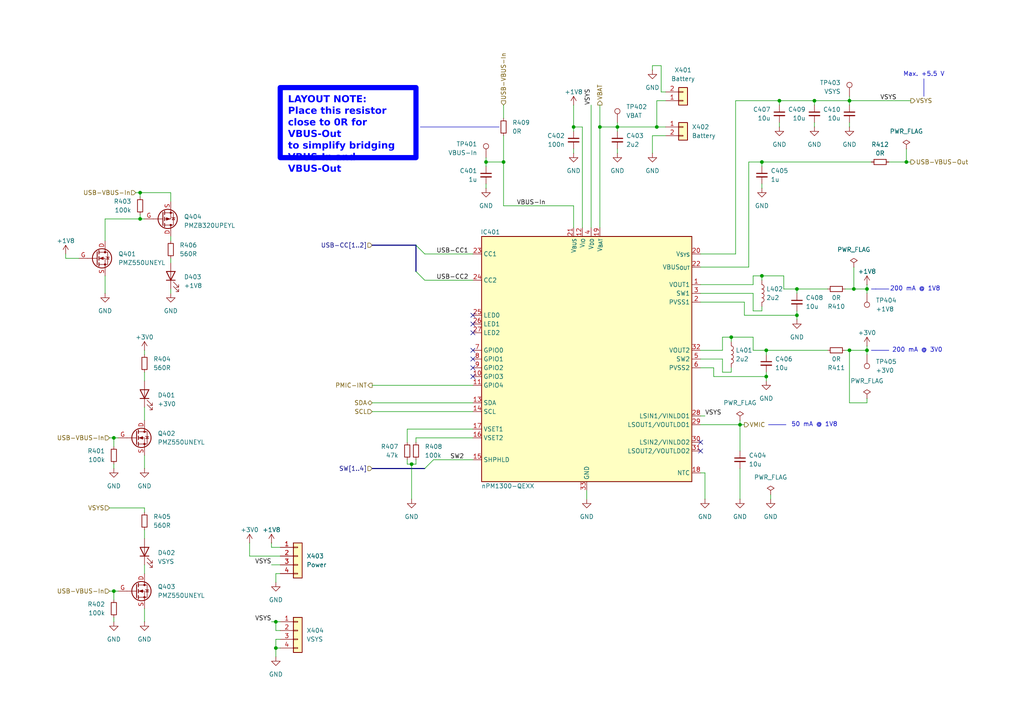
<source format=kicad_sch>
(kicad_sch (version 20250114) (generator "eeschema") (generator_version "9.0")
  (paper "A4")
  (title_block (title "Power-Management") (date "2025-07-13") (rev "${REVISION}") (company "${COMPANY}"))
  (lib_symbols
    (symbol "Connector:TestPoint" (pin_numbers (hide yes)) (pin_names (offset 0.762) (hide yes))
      (property "Reference" "TP" (at 0 6.858 0))
      (property "Value" "TestPoint" (at 0 5.08 0))
      (symbol "TestPoint_1_1"
        (pin passive line (at 0 0 90) (length 2.54) (name "1") (number "1"))
      )
    )
    (symbol "Connector_Generic:Conn_01x02" (pin_names (offset 1.016) (hide yes))
      (property "Reference" "J" (at 0 2.54 0))
      (property "Value" "Conn_01x02" (at 0 -5.08 0))
      (symbol "Conn_01x02_1_1"
        (pin passive line (at -5.08 0 0) (length 3.81) (name "Pin_1") (number "1"))
        (pin passive line (at -5.08 -2.54 0) (length 3.81) (name "Pin_2") (number "2"))
      )
    )
    (symbol "Connector_Generic:Conn_01x04" (pin_names (offset 1.016) (hide yes))
      (property "Reference" "J" (at 0 5.08 0))
      (property "Value" "Conn_01x04" (at 0 -7.62 0))
      (symbol "Conn_01x04_1_1"
        (pin passive line (at -5.08 2.54 0) (length 3.81) (name "Pin_1") (number "1"))
        (pin passive line (at -5.08 0 0) (length 3.81) (name "Pin_2") (number "2"))
        (pin passive line (at -5.08 -2.54 0) (length 3.81) (name "Pin_3") (number "3"))
        (pin passive line (at -5.08 -5.08 0) (length 3.81) (name "Pin_4") (number "4"))
      )
    )
    (symbol "Device:C_Small" (pin_numbers (hide yes)) (pin_names (offset 0.254) (hide yes))
      (property "Reference" "C" (at 0.254 1.778 0))
      (property "Value" "C_Small" (at 0.254 -2.032 0))
      (symbol "C_Small_1_1"
        (pin passive line (at 0 2.54 270) (length 2.032) (name "~") (number "1"))
        (pin passive line (at 0 -2.54 90) (length 2.032) (name "~") (number "2"))
      )
    )
    (symbol "Device:L" (pin_numbers (hide yes)) (pin_names (offset 1.016) (hide yes))
      (property "Reference" "L" (at -1.27 0 90))
      (property "Value" "L" (at 1.905 0 90))
      (symbol "L_1_1"
        (pin passive line (at 0 3.81 270) (length 1.27) (name "1") (number "1"))
        (pin passive line (at 0 -3.81 90) (length 1.27) (name "2") (number "2"))
      )
    )
    (symbol "Device:LED" (pin_numbers (hide yes)) (pin_names (offset 1.016) (hide yes))
      (property "Reference" "D" (at 0 2.54 0))
      (property "Value" "LED" (at 0 -2.54 0))
      (symbol "LED_1_1"
        (pin passive line (at -3.81 0 0) (length 2.54) (name "K") (number "1"))
        (pin passive line (at 3.81 0 180) (length 2.54) (name "A") (number "2"))
      )
    )
    (symbol "Device:R_Small" (pin_numbers (hide yes)) (pin_names (offset 0.254) (hide yes))
      (property "Reference" "R" (at 0 0 90))
      (property "Value" "R_Small" (at 1.778 0 90))
      (symbol "R_Small_1_1"
        (pin passive line (at 0 2.54 270) (length 0.762) (name "~") (number "1"))
        (pin passive line (at 0 -2.54 90) (length 0.762) (name "~") (number "2"))
      )
    )
    (symbol "Nexperia:PMZ550UNE" (pin_names (hide yes))
      (property "Reference" "Q" (at 6.35 1.2701 0))
      (property "Value" "PMZ550UNE" (at 6.35 -1.2699 0))
      (symbol "PMZ550UNE_1_1"
        (pin input line (at -5.08 0 0) (length 2.54) (name "G") (number "G"))
        (pin passive line (at 2.54 5.08 270) (length 2.54) (name "D") (number "D"))
        (pin passive line (at 2.54 -5.08 90) (length 2.54) (name "S") (number "S"))
      )
    )
    (symbol "Nexperia:PMZB320UPE" (pin_names (hide yes))
      (property "Reference" "Q" (at 2.54 1.905 0))
      (property "Value" "PMZB320UPE" (at -6.35 0 0))
      (symbol "PMZB320UPE_1_1"
        (pin input line (at -7.62 0 0) (length 2.54) (name "G") (number "G"))
        (pin passive line (at 0 5.08 270) (length 2.54) (name "D") (number "D"))
        (pin passive line (at 0 -5.08 90) (length 2.54) (name "S") (number "S"))
      )
    )
    (symbol "Nordic:nPM1300-QEXX"
      (property "Reference" "IC" (at -29.845 36.83 0))
      (property "Value" "nPM1300-QEXX" (at -22.86 -36.83 0))
      (symbol "nPM1300-QEXX_1_0"
        (pin input line (at -33.02 30.48 0) (length 2.54) (name "CC1") (number "23"))
        (pin input line (at -33.02 22.86 0) (length 2.54) (name "CC2") (number "24"))
        (pin output line (at -33.02 12.7 0) (length 2.54) (name "LED0") (number "25"))
        (pin output line (at -33.02 10.16 0) (length 2.54) (name "LED1") (number "26"))
        (pin output line (at -33.02 7.62 0) (length 2.54) (name "LED2") (number "27"))
        (pin bidirectional line (at -33.02 2.54 0) (length 2.54) (name "GPIO0") (number "7"))
        (pin bidirectional line (at -33.02 0 0) (length 2.54) (name "GPIO1") (number "8"))
        (pin bidirectional line (at -33.02 -2.54 0) (length 2.54) (name "GPIO2") (number "9"))
        (pin bidirectional line (at -33.02 -5.08 0) (length 2.54) (name "GPIO3") (number "10"))
        (pin bidirectional line (at -33.02 -7.62 0) (length 2.54) (name "GPIO4") (number "11"))
        (pin bidirectional line (at -33.02 -12.7 0) (length 2.54) (name "SDA") (number "13"))
        (pin input line (at -33.02 -15.24 0) (length 2.54) (name "SCL") (number "14"))
        (pin input line (at -33.02 -20.32 0) (length 2.54) (name "VSET1") (number "17"))
        (pin input line (at -33.02 -22.86 0) (length 2.54) (name "VSET2") (number "16"))
        (pin input line (at -33.02 -29.21 0) (length 2.54) (name "SHPHLD") (number "15"))
        (pin power_out line (at -3.81 38.1 270) (length 2.54) (name "V_{BUS}") (number "21"))
        (pin power_in line (at -1.27 38.1 270) (length 2.54) (name "V_{IO}") (number "12"))
        (pin passive line (at 0 -38.1 90) (length 2.54) (name "GND") (number "33"))
        (pin power_in line (at 1.27 38.1 270) (length 2.54) (name "V_{DD}") (number "4"))
        (pin power_out line (at 3.81 38.1 270) (length 2.54) (name "V_{BAT}") (number "19"))
        (pin power_out line (at 33.02 30.48 180) (length 2.54) (name "V_{SYS}") (number "20"))
        (pin power_out line (at 33.02 26.67 180) (length 2.54) (name "VBUS_{OUT}") (number "22"))
        (pin power_out line (at 33.02 21.59 180) (length 2.54) (name "VOUT1") (number "1"))
        (pin input line (at 33.02 19.05 180) (length 2.54) (name "SW1") (number "3"))
        (pin input line (at 33.02 16.51 180) (length 2.54) (name "PVSS1") (number "2"))
        (pin power_out line (at 33.02 2.54 180) (length 2.54) (name "VOUT2") (number "32"))
        (pin input line (at 33.02 0 180) (length 2.54) (name "SW2") (number "5"))
        (pin input line (at 33.02 -2.54 180) (length 2.54) (name "PVSS2") (number "6"))
        (pin bidirectional line (at 33.02 -16.51 180) (length 2.54) (name "LSIN1/VINLDO1") (number "28"))
        (pin bidirectional line (at 33.02 -19.05 180) (length 2.54) (name "LSOUT1/VOUTLDO1") (number "29"))
        (pin bidirectional line (at 33.02 -24.13 180) (length 2.54) (name "LSIN2/VINLDO2") (number "30"))
        (pin bidirectional line (at 33.02 -26.67 180) (length 2.54) (name "LSOUT2/VOUTLDO2") (number "31"))
        (pin input line (at 33.02 -33.02 180) (length 2.54) (name "NTC") (number "18"))
      )
    )
    (symbol "power:+1V8" (power) (pin_numbers (hide yes)) (pin_names (offset 0) (hide yes))
      (property "Value" "+1V8" (at 0 3.556 0))
      (symbol "+1V8_1_1"
        (pin power_in line (at 0 0 90) (length 0) (name "~") (number "1"))
      )
    )
    (symbol "power:+3V0" (power) (pin_numbers (hide yes)) (pin_names (offset 0) (hide yes))
      (property "Value" "+3V0" (at 0 3.556 0))
      (symbol "+3V0_1_1"
        (pin power_in line (at 0 0 90) (length 0) (name "~") (number "1"))
      )
    )
    (symbol "power:GND" (power) (pin_numbers (hide yes)) (pin_names (offset 0) (hide yes))
      (property "Value" "GND" (at 0 -3.81 0))
      (symbol "GND_1_1"
        (pin power_in line (at 0 0 270) (length 0) (name "~") (number "1"))
      )
    )
    (symbol "power:PWR_FLAG" (power) (pin_numbers (hide yes)) (pin_names (offset 0) (hide yes))
      (property "Value" "PWR_FLAG" (at 0 3.81 0))
      (symbol "PWR_FLAG_0_0"
        (pin power_out line (at 0 0 90) (length 0) (name "~") (number "1"))
      )
    )
  )
  (text "50 mA @ 1V8" (at 236.22 123.19 0) (effects (font (size 1.27 1.27))))
  (text "200 mA @ 1V8" (at 265.43 83.82 0) (effects (font (size 1.27 1.27))))
  (text "Max. +5.5 V" (at 267.97 21.59 0) (effects (font (size 1.27 1.27))))
  (text "200 mA @ 3V0" (at 266.065 101.6 0) (effects (font (size 1.27 1.27))))
  (text_box "LAYOUT NOTE:\nPlace this resistor close to 0R for VBUS-Out\nto simplify bridging VBUS-In and VBUS-Out" (at 81.28 25.4 0) (size 39.37 20.32) (margins 2.25 2.25 2.25 2.25) (stroke (width 1.5) (color 0 0 255 1)) (effects (font (size 2 2) (thickness 0.4) (bold yes)) (justify left top)))
  (junction (at 226.06 29.21))
  (junction (at 220.98 80.01))
  (junction (at 231.14 83.82))
  (junction (at 146.05 46.99))
  (junction (at 166.37 36.83))
  (junction (at 220.98 46.99))
  (junction (at 251.46 83.82))
  (junction (at 236.22 29.21))
  (junction (at 190.5 36.83))
  (junction (at 119.38 134.62))
  (junction (at 140.97 46.99))
  (junction (at 40.64 55.88))
  (junction (at 251.46 101.6))
  (junction (at 179.07 36.83))
  (junction (at 80.01 187.96))
  (junction (at 231.14 91.44))
  (junction (at 247.65 83.82))
  (junction (at 80.01 180.34))
  (junction (at 173.99 36.83))
  (junction (at 246.38 101.6))
  (junction (at 246.38 29.21))
  (junction (at 222.25 109.22))
  (junction (at 33.02 171.45))
  (junction (at 40.64 63.5))
  (junction (at 262.89 46.99))
  (junction (at 214.63 123.19))
  (junction (at 222.25 101.6))
  (junction (at 33.02 127))
  (junction (at 212.09 97.79))
  (no_connect (at 137.16 96.52))
  (no_connect (at 137.16 109.22))
  (no_connect (at 137.16 104.14))
  (no_connect (at 203.2 130.81))
  (no_connect (at 137.16 93.98))
  (no_connect (at 137.16 106.68))
  (no_connect (at 137.16 91.44))
  (no_connect (at 137.16 101.6))
  (no_connect (at 203.2 128.27))
  (bus_entry (at 123.19 135.89) (size 2.54 -2.54))
  (bus_entry (at 123.19 81.28) (size -2.54 -2.54))
  (bus_entry (at 123.19 73.66) (size -2.54 -2.54))
  (wire (pts (xy 33.02 134.62) (xy 33.02 135.89)))
  (wire (pts (xy 218.44 97.79) (xy 218.44 101.6)))
  (wire (pts (xy 119.38 134.62) (xy 119.38 144.78)))
  (wire (pts (xy 179.07 36.83) (xy 179.07 38.1)))
  (wire (pts (xy 214.63 123.19) (xy 214.63 130.81)))
  (wire (pts (xy 251.46 101.6) (xy 251.46 102.87)))
  (wire (pts (xy 246.38 29.21) (xy 246.38 30.48)))
  (wire (pts (xy 33.02 127) (xy 33.02 129.54)))
  (wire (pts (xy 209.55 107.95) (xy 212.09 107.95)))
  (wire (pts (xy 173.99 36.83) (xy 173.99 66.04)))
  (wire (pts (xy 246.38 35.56) (xy 246.38 36.83)))
  (wire (pts (xy 179.07 35.56) (xy 179.07 36.83)))
  (wire (pts (xy 203.2 137.16) (xy 204.47 137.16)))
  (wire (pts (xy 30.48 80.01) (xy 30.48 85.09)))
  (wire (pts (xy 227.33 80.01) (xy 227.33 83.82)))
  (wire (pts (xy 107.95 111.76) (xy 137.16 111.76)))
  (wire (pts (xy 218.44 80.01) (xy 220.98 80.01)))
  (wire (pts (xy 222.25 107.95) (xy 222.25 109.22)))
  (wire (pts (xy 203.2 77.47) (xy 217.17 77.47)))
  (wire (pts (xy 251.46 101.6) (xy 251.46 100.33)))
  (wire (pts (xy 72.39 161.29) (xy 72.39 157.48)))
  (wire (pts (xy 220.98 46.99) (xy 220.98 48.26)))
  (wire (pts (xy 33.02 171.45) (xy 33.02 173.99)))
  (wire (pts (xy 31.75 171.45) (xy 33.02 171.45)))
  (wire (pts (xy 207.01 109.22) (xy 222.25 109.22)))
  (wire (pts (xy 231.14 83.82) (xy 231.14 85.09)))
  (wire (pts (xy 41.91 176.53) (xy 41.91 180.34)))
  (wire (pts (xy 81.28 185.42) (xy 80.01 185.42)))
  (wire (pts (xy 41.91 118.11) (xy 41.91 121.92)))
  (wire (pts (xy 81.28 161.29) (xy 72.39 161.29)))
  (wire (pts (xy 140.97 46.99) (xy 140.97 48.26)))
  (wire (pts (xy 31.75 127) (xy 33.02 127)))
  (wire (pts (xy 123.19 73.66) (xy 137.16 73.66)))
  (wire (pts (xy 40.64 63.5) (xy 40.64 62.23)))
  (wire (pts (xy 118.11 133.35) (xy 118.11 134.62)))
  (wire (pts (xy 140.97 45.72) (xy 140.97 46.99)))
  (wire (pts (xy 212.09 107.95) (xy 212.09 106.68)))
  (wire (pts (xy 213.36 29.21) (xy 213.36 73.66)))
  (wire (pts (xy 173.99 36.83) (xy 179.07 36.83)))
  (bus (pts (xy 107.95 71.12) (xy 120.65 71.12)))
  (wire (pts (xy 220.98 53.34) (xy 220.98 54.61)))
  (wire (pts (xy 80.01 187.96) (xy 80.01 190.5)))
  (wire (pts (xy 119.38 134.62) (xy 120.65 134.62)))
  (wire (pts (xy 166.37 59.69) (xy 166.37 66.04)))
  (wire (pts (xy 231.14 83.82) (xy 240.03 83.82)))
  (wire (pts (xy 215.9 91.44) (xy 231.14 91.44)))
  (wire (pts (xy 191.77 19.05) (xy 191.77 26.67)))
  (wire (pts (xy 222.25 109.22) (xy 222.25 110.49)))
  (wire (pts (xy 203.2 106.68) (xy 207.01 106.68)))
  (wire (pts (xy 107.95 116.84) (xy 137.16 116.84)))
  (wire (pts (xy 166.37 43.18) (xy 166.37 44.45)))
  (polyline (pts (xy 252.73 83.82) (xy 254 83.82)))
  (wire (pts (xy 218.44 101.6) (xy 222.25 101.6)))
  (wire (pts (xy 226.06 29.21) (xy 213.36 29.21)))
  (wire (pts (xy 140.97 53.34) (xy 140.97 54.61)))
  (wire (pts (xy 246.38 29.21) (xy 264.16 29.21)))
  (wire (pts (xy 41.91 153.67) (xy 41.91 156.21)))
  (wire (pts (xy 209.55 101.6) (xy 209.55 97.79)))
  (wire (pts (xy 209.55 97.79) (xy 212.09 97.79)))
  (wire (pts (xy 245.11 83.82) (xy 247.65 83.82)))
  (wire (pts (xy 203.2 87.63) (xy 215.9 87.63)))
  (wire (pts (xy 218.44 85.09) (xy 218.44 90.17)))
  (wire (pts (xy 49.53 55.88) (xy 49.53 58.42)))
  (wire (pts (xy 214.63 121.92) (xy 214.63 123.19)))
  (wire (pts (xy 204.47 137.16) (xy 204.47 144.78)))
  (wire (pts (xy 41.91 107.95) (xy 41.91 110.49)))
  (bus (pts (xy 120.65 78.74) (xy 120.65 71.12)))
  (wire (pts (xy 78.74 163.83) (xy 81.28 163.83)))
  (wire (pts (xy 19.05 74.93) (xy 22.86 74.93)))
  (wire (pts (xy 120.65 127) (xy 120.65 128.27)))
  (wire (pts (xy 245.11 101.6) (xy 246.38 101.6)))
  (wire (pts (xy 170.18 142.24) (xy 170.18 144.78)))
  (wire (pts (xy 203.2 120.65) (xy 204.47 120.65)))
  (polyline (pts (xy 254 83.82) (xy 257.81 83.82)))
  (wire (pts (xy 146.05 59.69) (xy 166.37 59.69)))
  (wire (pts (xy 189.23 19.05) (xy 191.77 19.05)))
  (wire (pts (xy 193.04 29.21) (xy 190.5 29.21)))
  (wire (pts (xy 81.28 166.37) (xy 80.01 166.37)))
  (wire (pts (xy 217.17 46.99) (xy 220.98 46.99)))
  (wire (pts (xy 247.65 83.82) (xy 251.46 83.82)))
  (wire (pts (xy 34.29 171.45) (xy 33.02 171.45)))
  (wire (pts (xy 247.65 77.47) (xy 247.65 83.82)))
  (wire (pts (xy 246.38 101.6) (xy 251.46 101.6)))
  (wire (pts (xy 40.64 63.5) (xy 30.48 63.5)))
  (wire (pts (xy 226.06 29.21) (xy 226.06 30.48)))
  (wire (pts (xy 41.91 147.32) (xy 41.91 148.59)))
  (wire (pts (xy 146.05 30.48) (xy 146.05 34.29)))
  (wire (pts (xy 81.28 182.88) (xy 80.01 182.88)))
  (wire (pts (xy 226.06 29.21) (xy 236.22 29.21)))
  (wire (pts (xy 262.89 46.99) (xy 264.16 46.99)))
  (wire (pts (xy 203.2 82.55) (xy 218.44 82.55)))
  (wire (pts (xy 203.2 101.6) (xy 209.55 101.6)))
  (wire (pts (xy 220.98 90.17) (xy 220.98 88.9)))
  (wire (pts (xy 226.06 35.56) (xy 226.06 36.83)))
  (wire (pts (xy 39.37 55.88) (xy 40.64 55.88)))
  (wire (pts (xy 41.91 163.83) (xy 41.91 166.37)))
  (polyline (pts (xy 121.92 36.83) (xy 144.78 36.83)))
  (wire (pts (xy 118.11 134.62) (xy 119.38 134.62)))
  (wire (pts (xy 203.2 123.19) (xy 214.63 123.19)))
  (wire (pts (xy 222.25 101.6) (xy 240.03 101.6)))
  (wire (pts (xy 81.28 158.75) (xy 78.74 158.75)))
  (wire (pts (xy 218.44 82.55) (xy 218.44 80.01)))
  (wire (pts (xy 49.53 74.93) (xy 49.53 76.2)))
  (wire (pts (xy 78.74 158.75) (xy 78.74 157.48)))
  (wire (pts (xy 236.22 29.21) (xy 246.38 29.21)))
  (wire (pts (xy 203.2 73.66) (xy 213.36 73.66)))
  (wire (pts (xy 125.73 133.35) (xy 137.16 133.35)))
  (wire (pts (xy 107.95 119.38) (xy 137.16 119.38)))
  (wire (pts (xy 137.16 127) (xy 120.65 127)))
  (wire (pts (xy 212.09 97.79) (xy 218.44 97.79)))
  (wire (pts (xy 40.64 55.88) (xy 49.53 55.88)))
  (wire (pts (xy 166.37 30.48) (xy 166.37 36.83)))
  (wire (pts (xy 227.33 83.82) (xy 231.14 83.82)))
  (polyline (pts (xy 224.155 123.19) (xy 227.965 123.19)))
  (polyline (pts (xy 252.73 101.6) (xy 254 101.6)))
  (wire (pts (xy 41.91 101.6) (xy 41.91 102.87)))
  (wire (pts (xy 146.05 39.37) (xy 146.05 46.99)))
  (wire (pts (xy 251.46 116.84) (xy 251.46 115.57)))
  (wire (pts (xy 33.02 179.07) (xy 33.02 180.34)))
  (wire (pts (xy 207.01 106.68) (xy 207.01 109.22)))
  (wire (pts (xy 189.23 20.32) (xy 189.23 19.05)))
  (polyline (pts (xy 267.97 22.86) (xy 267.97 27.94)))
  (wire (pts (xy 31.75 147.32) (xy 41.91 147.32)))
  (polyline (pts (xy 222.885 123.19) (xy 224.155 123.19)))
  (wire (pts (xy 190.5 36.83) (xy 193.04 36.83)))
  (wire (pts (xy 220.98 46.99) (xy 252.73 46.99)))
  (wire (pts (xy 246.38 101.6) (xy 246.38 116.84)))
  (wire (pts (xy 262.89 43.18) (xy 262.89 46.99)))
  (wire (pts (xy 212.09 97.79) (xy 212.09 99.06)))
  (wire (pts (xy 118.11 124.46) (xy 118.11 128.27)))
  (wire (pts (xy 40.64 55.88) (xy 40.64 57.15)))
  (wire (pts (xy 120.65 134.62) (xy 120.65 133.35)))
  (wire (pts (xy 80.01 182.88) (xy 80.01 180.34)))
  (wire (pts (xy 189.23 39.37) (xy 189.23 44.45)))
  (wire (pts (xy 166.37 38.1) (xy 166.37 36.83)))
  (wire (pts (xy 214.63 123.19) (xy 215.9 123.19)))
  (wire (pts (xy 80.01 166.37) (xy 80.01 168.91)))
  (wire (pts (xy 41.91 63.5) (xy 40.64 63.5)))
  (wire (pts (xy 223.52 143.51) (xy 223.52 144.78)))
  (wire (pts (xy 179.07 36.83) (xy 190.5 36.83)))
  (wire (pts (xy 41.91 132.08) (xy 41.91 135.89)))
  (wire (pts (xy 34.29 127) (xy 33.02 127)))
  (wire (pts (xy 214.63 135.89) (xy 214.63 144.78)))
  (wire (pts (xy 222.25 101.6) (xy 222.25 102.87)))
  (wire (pts (xy 246.38 116.84) (xy 251.46 116.84)))
  (wire (pts (xy 251.46 83.82) (xy 251.46 85.09)))
  (wire (pts (xy 251.46 83.82) (xy 251.46 82.55)))
  (wire (pts (xy 78.74 180.34) (xy 80.01 180.34)))
  (wire (pts (xy 236.22 29.21) (xy 236.22 30.48)))
  (wire (pts (xy 236.22 35.56) (xy 236.22 36.83)))
  (wire (pts (xy 179.07 43.18) (xy 179.07 44.45)))
  (wire (pts (xy 190.5 29.21) (xy 190.5 36.83)))
  (wire (pts (xy 231.14 90.17) (xy 231.14 91.44)))
  (wire (pts (xy 80.01 180.34) (xy 81.28 180.34)))
  (wire (pts (xy 203.2 104.14) (xy 209.55 104.14)))
  (wire (pts (xy 257.81 46.99) (xy 262.89 46.99)))
  (bus (pts (xy 107.95 135.89) (xy 123.19 135.89)))
  (wire (pts (xy 220.98 80.01) (xy 220.98 81.28)))
  (wire (pts (xy 30.48 63.5) (xy 30.48 69.85)))
  (wire (pts (xy 80.01 185.42) (xy 80.01 187.96)))
  (wire (pts (xy 217.17 46.99) (xy 217.17 77.47)))
  (wire (pts (xy 49.53 68.58) (xy 49.53 69.85)))
  (wire (pts (xy 209.55 104.14) (xy 209.55 107.95)))
  (wire (pts (xy 137.16 124.46) (xy 118.11 124.46)))
  (wire (pts (xy 166.37 36.83) (xy 168.91 36.83)))
  (wire (pts (xy 220.98 80.01) (xy 227.33 80.01)))
  (wire (pts (xy 246.38 27.94) (xy 246.38 29.21)))
  (wire (pts (xy 123.19 81.28) (xy 137.16 81.28)))
  (wire (pts (xy 168.91 36.83) (xy 168.91 66.04)))
  (wire (pts (xy 49.53 83.82) (xy 49.53 85.09)))
  (wire (pts (xy 173.99 30.48) (xy 173.99 36.83)))
  (wire (pts (xy 191.77 26.67) (xy 193.04 26.67)))
  (wire (pts (xy 193.04 39.37) (xy 189.23 39.37)))
  (wire (pts (xy 203.2 85.09) (xy 218.44 85.09)))
  (wire (pts (xy 215.9 87.63) (xy 215.9 91.44)))
  (wire (pts (xy 19.05 74.93) (xy 19.05 73.66)))
  (wire (pts (xy 140.97 46.99) (xy 146.05 46.99)))
  (wire (pts (xy 146.05 59.69) (xy 146.05 46.99)))
  (wire (pts (xy 231.14 91.44) (xy 231.14 92.71)))
  (wire (pts (xy 81.28 187.96) (xy 80.01 187.96)))
  (wire (pts (xy 218.44 90.17) (xy 220.98 90.17)))
  (polyline (pts (xy 254 101.6) (xy 257.81 101.6)))
  (wire (pts (xy 171.45 66.04) (xy 171.45 30.48)))
  (label "VSYS" (at 78.74 180.34 180))
  (label "VBUS-In" (at 149.86 59.69 0))
  (label "USB-CC1" (at 135.89 73.66 180))
  (label "VSYS" (at 255.27 29.21 0))
  (label "USB-CC2" (at 135.89 81.28 180))
  (label "VSYS" (at 204.47 120.65 0))
  (label "SW2" (at 134.62 133.35 180))
  (label "VSYS" (at 78.74 163.83 180))
  (label "VSYS" (at 171.45 30.48 90))
  (hierarchical_label "USB-CC[1..2]" (shape input) (at 107.95 71.12 180))
  (hierarchical_label "VSYS" (shape output) (at 264.16 29.21 0))
  (hierarchical_label "VBAT" (shape output) (at 173.99 30.48 90))
  (hierarchical_label "USB-VBUS-Out" (shape output) (at 264.16 46.99 0))
  (hierarchical_label "SCL" (shape input) (at 107.95 119.38 180))
  (hierarchical_label "USB-VBUS-In" (shape input) (at 31.75 171.45 180))
  (hierarchical_label "USB-VBUS-In" (shape input) (at 31.75 127 180))
  (hierarchical_label "SW[1..4]" (shape input) (at 107.95 135.89 180))
  (hierarchical_label "VMIC" (shape output) (at 215.9 123.19 0))
  (hierarchical_label "VSYS" (shape input) (at 31.75 147.32 180))
  (hierarchical_label "SDA" (shape bidirectional) (at 107.95 116.84 180))
  (hierarchical_label "USB-VBUS-In" (shape input) (at 146.05 30.48 90))
  (hierarchical_label "PMIC-INT" (shape output) (at 107.95 111.76 180))
  (hierarchical_label "USB-VBUS-In" (shape input) (at 39.37 55.88 180))
  (symbol (lib_id "Device:R_Small") (at 255.27 46.99 90) (mirror x) (unit 1)
    (property "Reference" "R412" (at 255.27 41.91 90))
    (property "Value" "0R" (at 255.27 44.45 90))
    (property "Footprint" "Resistor_SMD:R_0805_2012Metric" (effects (hide yes)))
    (property "Datasheet" "https://www.mouser.de/datasheet/3/40/1/cr.pdf" (effects (hide yes)))
    (property "Description" "Resistor, small symbol" (effects (hide yes)))
    (property "manf" "Bourns" (effects (hide yes)))
    (property "manf#" "CR0805-J/-000ELF" (effects (hide yes)))
    (property "mouser#" "652-CR0805-J/-000ELF" (effects (hide yes)))
  )
  (symbol (lib_id "Device:C_Small") (at 220.98 50.8 0) (mirror y) (unit 1)
    (property "Reference" "C405" (at 223.52 49.5363 0) (effects (justify right)))
    (property "Value" "1u" (at 223.52 52.0763 0) (effects (justify right)))
    (property "Footprint" "Capacitor_SMD:C_0402_1005Metric" (effects (hide yes)))
    (property "Datasheet" "https://datasheets.kyocera-avx.com/cx5r.pdf" (effects (hide yes)))
    (property "Description" "Unpolarized capacitor, small symbol" (effects (hide yes)))
    (property "manf" "KYOCERA AVX" (effects (hide yes)))
    (property "manf#" "04023D105KAT2A" (effects (hide yes)))
    (property "mouser#" "581-04023D105KAT2A" (effects (hide yes)))
  )
  (symbol (lib_id "power:GND") (at 222.25 110.49 0) (unit 1)
    (property "Reference" "#PWR0420" (effects (hide yes)))
    (property "Value" "GND" (at 222.25 115.57 0))
    (property "Description" "Power symbol creates a global label with name \"GND\" , ground" (effects (hide yes)))
  )
  (symbol (lib_id "Device:L") (at 212.09 102.87 0) (unit 1)
    (property "Reference" "L401" (at 213.36 101.6 0) (effects (justify left)))
    (property "Value" "2u2" (at 213.36 104.14 0) (effects (justify left)))
    (property "Footprint" "Inductor_SMD_Kampi:L_0806_2016" (effects (hide yes)))
    (property "Datasheet" "https://www.mouser.de/datasheet/3/184/1/ASMPH-0806.pdf" (effects (hide yes)))
    (property "Description" "Inductor" (effects (hide yes)))
    (property "manf" "ABRACON" (effects (hide yes)))
    (property "manf#" "ASMPH-0806-2R2M-T" (effects (hide yes)))
    (property "mouser#" "815-ASMPH-0806-2R2M-T" (effects (hide yes)))
  )
  (symbol (lib_id "Device:C_Small") (at 140.97 50.8 0) (unit 1)
    (property "Reference" "C401" (at 138.43 49.5363 0) (effects (justify right)))
    (property "Value" "1u" (at 138.43 52.0763 0) (effects (justify right)))
    (property "Footprint" "Capacitor_SMD:C_0402_1005Metric" (effects (hide yes)))
    (property "Datasheet" "https://datasheets.kyocera-avx.com/cx5r.pdf" (effects (hide yes)))
    (property "Description" "Unpolarized capacitor, small symbol" (effects (hide yes)))
    (property "manf" "KYOCERA AVX" (effects (hide yes)))
    (property "manf#" "04023D105KAT2A" (effects (hide yes)))
    (property "mouser#" "581-04023D105KAT2A" (effects (hide yes)))
  )
  (symbol (lib_id "Device:C_Small") (at 222.25 105.41 0) (mirror y) (unit 1)
    (property "Reference" "C406" (at 224.79 104.1463 0) (effects (justify right)))
    (property "Value" "10u" (at 224.79 106.6863 0) (effects (justify right)))
    (property "Footprint" "Capacitor_SMD:C_0402_1005Metric" (effects (hide yes)))
    (property "Datasheet" "https://search.murata.co.jp/Ceramy/image/img/A01X/G101/ENG/GRJ155R60J106ME11-02A.pdf" (effects (hide yes)))
    (property "Description" "Unpolarized capacitor, small symbol" (effects (hide yes)))
    (property "manf" "Murata Electronics" (effects (hide yes)))
    (property "manf#" "GRJ155R60J106ME11D" (effects (hide yes)))
    (property "mouser#" "81-GRJ155R60J106ME11D" (effects (hide yes)))
  )
  (symbol (lib_id "Device:R_Small") (at 33.02 176.53 0) (unit 1)
    (property "Reference" "R402" (at 30.48 175.2599 0) (effects (justify right)))
    (property "Value" "100k" (at 30.48 177.7999 0) (effects (justify right)))
    (property "Footprint" "Resistor_SMD:R_0402_1005Metric" (effects (hide yes)))
    (property "Datasheet" "https://www.mouser.com/catalog/specsheets/YAGEO_PYu_RC_Group_51_RoHS_L_12.pdf" (effects (hide yes)))
    (property "Description" "Resistor, small symbol" (effects (hide yes)))
    (property "manf" "YAGEO" (effects (hide yes)))
    (property "manf#" "RC0402FR-07100KL" (effects (hide yes)))
    (property "mouser#" "603-RC0402FR-07100KL" (effects (hide yes)))
  )
  (symbol (lib_id "Device:R_Small") (at 120.65 130.81 180) (unit 1)
    (property "Reference" "R408" (at 123.19 129.54 0) (effects (justify right)))
    (property "Value" "100k" (at 123.19 132.08 0) (effects (justify right)))
    (property "Footprint" "Resistor_SMD:R_0402_1005Metric" (effects (hide yes)))
    (property "Datasheet" "https://www.mouser.com/catalog/specsheets/YAGEO_PYu_RC_Group_51_RoHS_L_12.pdf" (effects (hide yes)))
    (property "Description" "Resistor, small symbol" (effects (hide yes)))
    (property "manf" "YAGEO" (effects (hide yes)))
    (property "manf#" "RC0402FR-07100KL" (effects (hide yes)))
    (property "mouser#" "603-RC0402FR-07100KL" (effects (hide yes)))
  )
  (symbol (lib_id "Connector:TestPoint") (at 140.97 45.72 0) (mirror y) (unit 1) (in_bom no)
    (property "Reference" "TP401" (at 138.43 41.783 0) (effects (justify left)))
    (property "Value" "VBUS-In" (at 138.43 44.323 0) (effects (justify left)))
    (property "Footprint" "Testpoints:TestPoint_Pad_D1.0mm" (effects (hide yes)))
    (property "Description" "test point" (effects (hide yes)))
  )
  (symbol (lib_id "Device:LED") (at 41.91 114.3 90) (unit 1)
    (property "Reference" "D401" (at 45.72 114.6174 90) (effects (justify right)))
    (property "Value" "+3V0" (at 45.72 117.1574 90) (effects (justify right)))
    (property "Footprint" "LED_SMD:LED_0402_1005Metric" (effects (hide yes)))
    (property "Datasheet" "https://www.mouser.de/datasheet/3/389/1/SSF-LXH100GD-RP.pdf" (effects (hide yes)))
    (property "Description" "Light emitting diode" (effects (hide yes)))
    (property "manf" "Lumex" (effects (hide yes)))
    (property "manf#" "SML-LX0402SUGC-TR" (effects (hide yes)))
    (property "mouser#" "696-SML-LX0402SUGCTR" (effects (hide yes)))
  )
  (symbol (lib_id "power:GND") (at 80.01 190.5 0) (unit 1)
    (property "Reference" "#PWR0433" (effects (hide yes)))
    (property "Value" "GND" (at 80.01 195.58 0))
    (property "Description" "Power symbol creates a global label with name \"GND\" , ground" (effects (hide yes)))
  )
  (symbol (lib_id "power:+1V8") (at 166.37 30.48 0) (unit 1)
    (property "Reference" "#PWR0411" (effects (hide yes)))
    (property "Value" "+1V8" (at 166.37 26.67 0))
    (property "Description" "Power symbol creates a global label with name \"+1V8\"" (effects (hide yes)))
  )
  (symbol (lib_id "Device:C_Small") (at 231.14 87.63 0) (mirror y) (unit 1)
    (property "Reference" "C408" (at 233.68 86.3663 0) (effects (justify right)))
    (property "Value" "10u" (at 233.68 88.9063 0) (effects (justify right)))
    (property "Footprint" "Capacitor_SMD:C_0402_1005Metric" (effects (hide yes)))
    (property "Datasheet" "https://search.murata.co.jp/Ceramy/image/img/A01X/G101/ENG/GRJ155R60J106ME11-02A.pdf" (effects (hide yes)))
    (property "Description" "Unpolarized capacitor, small symbol" (effects (hide yes)))
    (property "manf" "Murata Electronics" (effects (hide yes)))
    (property "manf#" "GRJ155R60J106ME11D" (effects (hide yes)))
    (property "mouser#" "81-GRJ155R60J106ME11D" (effects (hide yes)))
  )
  (symbol (lib_id "power:GND") (at 236.22 36.83 0) (unit 1)
    (property "Reference" "#PWR0424" (effects (hide yes)))
    (property "Value" "GND" (at 236.22 41.91 0))
    (property "Description" "Power symbol creates a global label with name \"GND\" , ground" (effects (hide yes)))
  )
  (symbol (lib_id "Device:R_Small") (at 146.05 36.83 0) (mirror y) (unit 1)
    (property "Reference" "R409" (at 148.59 35.5599 0) (effects (justify right)))
    (property "Value" "0R" (at 148.59 38.0999 0) (effects (justify right)))
    (property "Footprint" "Resistor_SMD:R_0805_2012Metric" (effects (hide yes)))
    (property "Datasheet" "https://www.mouser.de/datasheet/3/40/1/cr.pdf" (effects (hide yes)))
    (property "Description" "Resistor, small symbol" (effects (hide yes)))
    (property "manf" "Bourns" (effects (hide yes)))
    (property "manf#" "CR0805-J/-000ELF" (effects (hide yes)))
    (property "mouser#" "652-CR0805-J/-000ELF" (effects (hide yes)))
  )
  (symbol (lib_id "power:GND") (at 33.02 135.89 0) (unit 1)
    (property "Reference" "#PWR0403" (effects (hide yes)))
    (property "Value" "GND" (at 33.02 140.97 0))
    (property "Description" "Power symbol creates a global label with name \"GND\" , ground" (effects (hide yes)))
  )
  (symbol (lib_id "Device:R_Small") (at 118.11 130.81 0) (mirror x) (unit 1)
    (property "Reference" "R407" (at 115.57 129.54 0) (effects (justify right)))
    (property "Value" "47k" (at 115.57 132.08 0) (effects (justify right)))
    (property "Footprint" "Resistor_SMD:R_0402_1005Metric" (effects (hide yes)))
    (property "Datasheet" "https://www.mouser.com/catalog/specsheets/YAGEO_PYu_RC_Group_51_RoHS_L_12.pdf" (effects (hide yes)))
    (property "Description" "Resistor, small symbol" (effects (hide yes)))
    (property "manf" "YAGEO" (effects (hide yes)))
    (property "manf#" "RC0402FR-0747KL" (effects (hide yes)))
    (property "mouser#" "603-RC0402FR-0747KL" (effects (hide yes)))
  )
  (symbol (lib_id "power:PWR_FLAG") (at 251.46 115.57 0) (unit 1)
    (property "Reference" "#FLG0404" (effects (hide yes)))
    (property "Value" "PWR_FLAG" (at 251.46 110.49 0))
    (property "Description" "Special symbol for telling ERC where power comes from" (effects (hide yes)))
  )
  (symbol (lib_id "Device:R_Small") (at 33.02 132.08 0) (unit 1)
    (property "Reference" "R401" (at 30.48 130.8099 0) (effects (justify right)))
    (property "Value" "100k" (at 30.48 133.3499 0) (effects (justify right)))
    (property "Footprint" "Resistor_SMD:R_0402_1005Metric" (effects (hide yes)))
    (property "Datasheet" "https://www.mouser.com/catalog/specsheets/YAGEO_PYu_RC_Group_51_RoHS_L_12.pdf" (effects (hide yes)))
    (property "Description" "Resistor, small symbol" (effects (hide yes)))
    (property "manf" "YAGEO" (effects (hide yes)))
    (property "manf#" "RC0402FR-07100KL" (effects (hide yes)))
    (property "mouser#" "603-RC0402FR-07100KL" (effects (hide yes)))
  )
  (symbol (lib_id "Nordic:nPM1300-QEXX") (at 170.18 104.14 0) (unit 1)
    (property "Reference" "IC401" (at 142.24 67.31 0))
    (property "Value" "nPM1300-QEXX" (at 147.32 140.97 0))
    (property "Footprint" "Package_DFN_QFN:QFN-32-1EP_5x5mm_P0.5mm_EP3.6x3.6mm_ThermalVias" (effects (hide yes)))
    (property "Datasheet" "https://infocenter.nordicsemi.com/index.jsp?topic=%2Fstruct_pmic%2Fstruct%2Fnpm1300.html" (effects (hide yes)))
    (property "manf" "Nordic Semiconductor" (effects (hide yes)))
    (property "manf#" "nPM1300-QEAA-R7" (effects (hide yes)))
    (property "mouser#" "949-NPM1300-QEAA-R7" (effects (hide yes)))
  )
  (symbol (lib_id "power:GND") (at 41.91 180.34 0) (unit 1)
    (property "Reference" "#PWR0407" (effects (hide yes)))
    (property "Value" "GND" (at 41.91 185.42 0))
    (property "Description" "Power symbol creates a global label with name \"GND\" , ground" (effects (hide yes)))
  )
  (symbol (lib_id "power:+1V8") (at 19.05 73.66 0) (unit 1)
    (property "Reference" "#PWR0401" (effects (hide yes)))
    (property "Value" "+1V8" (at 19.05 69.85 0))
    (property "Description" "Power symbol creates a global label with name \"+1V8\"" (effects (hide yes)))
  )
  (symbol (lib_id "Connector_Generic:Conn_01x04") (at 86.36 161.29 0) (unit 1)
    (property "Reference" "X403" (at 88.9 161.2899 0) (effects (justify left)))
    (property "Value" "Power" (at 88.9 163.8299 0) (effects (justify left)))
    (property "Footprint" "Connector_PinHeader_2.54mm:PinHeader_1x04_P2.54mm_Vertical" (effects (hide yes)))
    (property "Datasheet" "https://cdn.amphenol-cs.com/media/wysiwyg/files/documentation/datasheet/boardwiretoboard/bwb_bergstik.pdf" (effects (hide yes)))
    (property "Description" "Generic connector, single row, 01x04, script generated (kicad-library-utils/schlib/autogen/connector/)" (effects (hide yes)))
    (property "manf" "Amphenol FCI" (effects (hide yes)))
    (property "manf#" "77311-818-04LF" (effects (hide yes)))
    (property "mouser#" "649-77311-818-04LF" (effects (hide yes)))
  )
  (symbol (lib_id "power:+3V0") (at 41.91 101.6 0) (unit 1)
    (property "Reference" "#PWR0405" (effects (hide yes)))
    (property "Value" "+3V0" (at 41.91 97.79 0))
    (property "Description" "Power symbol creates a global label with name \"+3V0\"" (effects (hide yes)))
  )
  (symbol (lib_id "Device:C_Small") (at 236.22 33.02 0) (unit 1)
    (property "Reference" "C409" (at 233.68 31.7563 0) (effects (justify right)))
    (property "Value" "10u" (at 233.68 34.2963 0) (effects (justify right)))
    (property "Footprint" "Capacitor_SMD:C_0603_1608Metric" (effects (hide yes)))
    (property "Datasheet" "https://datasheets.kyocera-avx.com/cx5r-KGM.pdf" (effects (hide yes)))
    (property "Description" "Unpolarized capacitor, small symbol" (effects (hide yes)))
    (property "manf" "KYOCERA AVX" (effects (hide yes)))
    (property "manf#" "KGM15CR50J106MT" (effects (hide yes)))
    (property "mouser#" "581-KGM15CR50J106MT" (effects (hide yes)))
  )
  (symbol (lib_id "power:GND") (at 189.23 44.45 0) (unit 1)
    (property "Reference" "#PWR0416" (effects (hide yes)))
    (property "Value" "GND" (at 189.23 49.53 0))
    (property "Description" "Power symbol creates a global label with name \"GND\" , ground" (effects (hide yes)))
  )
  (symbol (lib_id "power:GND") (at 30.48 85.09 0) (unit 1)
    (property "Reference" "#PWR0402" (effects (hide yes)))
    (property "Value" "GND" (at 30.48 90.17 0))
    (property "Description" "Power symbol creates a global label with name \"GND\" , ground" (effects (hide yes)))
  )
  (symbol (lib_id "power:+3V0") (at 251.46 100.33 0) (unit 1)
    (property "Reference" "#PWR0427" (effects (hide yes)))
    (property "Value" "+3V0" (at 251.46 96.52 0))
    (property "Description" "Power symbol creates a global label with name \"+3V0\"" (effects (hide yes)))
  )
  (symbol (lib_id "Device:LED") (at 49.53 80.01 90) (unit 1)
    (property "Reference" "D403" (at 53.34 80.3274 90) (effects (justify right)))
    (property "Value" "+1V8" (at 53.34 82.8674 90) (effects (justify right)))
    (property "Footprint" "LED_SMD:LED_0402_1005Metric" (effects (hide yes)))
    (property "Datasheet" "https://www.mouser.de/datasheet/3/389/1/SSF-LXH100GD-RP.pdf" (effects (hide yes)))
    (property "Description" "Light emitting diode" (effects (hide yes)))
    (property "manf" "Lumex" (effects (hide yes)))
    (property "manf#" "SML-LX0402SUGC-TR" (effects (hide yes)))
    (property "mouser#" "696-SML-LX0402SUGCTR" (effects (hide yes)))
  )
  (symbol (lib_id "Device:LED") (at 41.91 160.02 90) (unit 1)
    (property "Reference" "D402" (at 45.72 160.3374 90) (effects (justify right)))
    (property "Value" "VSYS" (at 45.72 162.8774 90) (effects (justify right)))
    (property "Footprint" "LED_SMD:LED_0402_1005Metric" (effects (hide yes)))
    (property "Datasheet" "https://www.mouser.de/datasheet/3/389/1/SSF-LXH100GD-RP.pdf" (effects (hide yes)))
    (property "Description" "Light emitting diode" (effects (hide yes)))
    (property "manf" "Lumex" (effects (hide yes)))
    (property "manf#" "SML-LX0402SUGC-TR" (effects (hide yes)))
    (property "mouser#" "696-SML-LX0402SUGCTR" (effects (hide yes)))
  )
  (symbol (lib_id "Device:R_Small") (at 49.53 72.39 180) (unit 1)
    (property "Reference" "R406" (at 52.07 71.12 0) (effects (justify right)))
    (property "Value" "560R" (at 52.07 73.66 0) (effects (justify right)))
    (property "Footprint" "Resistor_SMD:R_0402_1005Metric" (effects (hide yes)))
    (property "Datasheet" "https://www.mouser.com/catalog/specsheets/YAGEO_PYu_RC_Group_51_RoHS_L_12.pdf" (effects (hide yes)))
    (property "Description" "Resistor, small symbol" (effects (hide yes)))
    (property "manf" "YAGEO" (effects (hide yes)))
    (property "manf#" "RC0402FR-07560RL" (effects (hide yes)))
    (property "mouser#" "603-RC0402FR-07560RL" (effects (hide yes)))
  )
  (symbol (lib_id "Device:R_Small") (at 242.57 101.6 270) (mirror x) (unit 1)
    (property "Reference" "R411" (at 242.57 106.68 90))
    (property "Value" "0R" (at 242.57 104.14 90))
    (property "Footprint" "Resistor_SMD:R_0805_2012Metric" (effects (hide yes)))
    (property "Datasheet" "https://www.mouser.de/datasheet/3/40/1/cr.pdf" (effects (hide yes)))
    (property "Description" "Resistor, small symbol" (effects (hide yes)))
    (property "manf" "Bourns" (effects (hide yes)))
    (property "manf#" "CR0805-J/-000ELF" (effects (hide yes)))
    (property "mouser#" "652-CR0805-J/-000ELF" (effects (hide yes)))
  )
  (symbol (lib_id "power:GND") (at 223.52 144.78 0) (unit 1)
    (property "Reference" "#PWR0421" (effects (hide yes)))
    (property "Value" "GND" (at 223.52 149.86 0))
    (property "Description" "Power symbol creates a global label with name \"GND\" , ground" (effects (hide yes)))
  )
  (symbol (lib_id "power:GND") (at 246.38 36.83 0) (unit 1)
    (property "Reference" "#PWR0425" (effects (hide yes)))
    (property "Value" "GND" (at 246.38 41.91 0))
    (property "Description" "Power symbol creates a global label with name \"GND\" , ground" (effects (hide yes)))
  )
  (symbol (lib_id "power:PWR_FLAG") (at 214.63 121.92 0) (unit 1)
    (property "Reference" "#FLG0401" (effects (hide yes)))
    (property "Value" "PWR_FLAG" (at 214.63 116.84 0))
    (property "Description" "Special symbol for telling ERC where power comes from" (effects (hide yes)))
  )
  (symbol (lib_id "Nexperia:PMZ550UNE") (at 39.37 171.45 0) (unit 1)
    (property "Reference" "Q403" (at 45.72 170.1799 0) (effects (justify left)))
    (property "Value" "PMZ550UNEYL" (at 45.72 172.7199 0) (effects (justify left)))
    (property "Footprint" "Package_DFN_Kampi:DFN-1006-3" (effects (hide yes)))
    (property "Datasheet" "https://assets.nexperia.com/documents/data-sheet/PMZ550UNE.pdf" (effects (hide yes)))
    (property "Description" "0.59A Id, 30V Vds, N-Channel MOSFET, DFN-1006-3" (effects (hide yes)))
    (property "manf" "Nexperia" (effects (hide yes)))
    (property "manf#" "PMZ550UNEYL" (effects (hide yes)))
    (property "mouser#" "771-PMZ550UNEYL" (effects (hide yes)))
  )
  (symbol (lib_id "power:GND") (at 80.01 168.91 0) (unit 1)
    (property "Reference" "#PWR0430" (effects (hide yes)))
    (property "Value" "GND" (at 80.01 173.99 0))
    (property "Description" "Power symbol creates a global label with name \"GND\" , ground" (effects (hide yes)))
  )
  (symbol (lib_id "Device:L") (at 220.98 85.09 0) (unit 1)
    (property "Reference" "L402" (at 222.25 83.82 0) (effects (justify left)))
    (property "Value" "2u2" (at 222.25 86.36 0) (effects (justify left)))
    (property "Footprint" "Inductor_SMD_Kampi:L_0806_2016" (effects (hide yes)))
    (property "Datasheet" "https://www.mouser.de/datasheet/3/184/1/ASMPH-0806.pdf" (effects (hide yes)))
    (property "Description" "Inductor" (effects (hide yes)))
    (property "manf" "ABRACON" (effects (hide yes)))
    (property "manf#" "ASMPH-0806-2R2M-T" (effects (hide yes)))
    (property "mouser#" "815-ASMPH-0806-2R2M-T" (effects (hide yes)))
  )
  (symbol (lib_id "Connector_Generic:Conn_01x02") (at 198.12 36.83 0) (unit 1)
    (property "Reference" "X402" (at 200.66 36.83 0) (effects (justify left)))
    (property "Value" "Battery" (at 200.66 39.37 0) (effects (justify left)))
    (property "Footprint" "Molex:78171-0002" (effects (hide yes)))
    (property "Datasheet" "https://www.molex.com/en-us/products/part-detail-pdf/781710002?display=pdf" (effects (hide yes)))
    (property "Description" "Generic connector, single row, 01x02, script generated (kicad-library-utils/schlib/autogen/connector/)" (effects (hide yes)))
    (property "manf" "Molex" (effects (hide yes)))
    (property "manf#" "78171-0002" (effects (hide yes)))
    (property "mouser#" "538-78171-0002" (effects (hide yes)))
  )
  (symbol (lib_id "power:GND") (at 170.18 144.78 0) (unit 1)
    (property "Reference" "#PWR0413" (effects (hide yes)))
    (property "Value" "GND" (at 170.18 149.86 0))
    (property "Description" "Power symbol creates a global label with name \"GND\" , ground" (effects (hide yes)))
  )
  (symbol (lib_id "Device:R_Small") (at 242.57 83.82 270) (mirror x) (unit 1)
    (property "Reference" "R410" (at 242.57 88.9 90))
    (property "Value" "0R" (at 242.57 86.36 90))
    (property "Footprint" "Resistor_SMD:R_0805_2012Metric" (effects (hide yes)))
    (property "Datasheet" "https://www.mouser.de/datasheet/3/40/1/cr.pdf" (effects (hide yes)))
    (property "Description" "Resistor, small symbol" (effects (hide yes)))
    (property "manf" "Bourns" (effects (hide yes)))
    (property "manf#" "CR0805-J/-000ELF" (effects (hide yes)))
    (property "mouser#" "652-CR0805-J/-000ELF" (effects (hide yes)))
  )
  (symbol (lib_id "power:GND") (at 140.97 54.61 0) (unit 1)
    (property "Reference" "#PWR0410" (effects (hide yes)))
    (property "Value" "GND" (at 140.97 59.69 0))
    (property "Description" "Power symbol creates a global label with name \"GND\" , ground" (effects (hide yes)))
  )
  (symbol (lib_id "Device:C_Small") (at 226.06 33.02 0) (unit 1)
    (property "Reference" "C407" (at 223.52 31.7563 0) (effects (justify right)))
    (property "Value" "10u" (at 223.52 34.2963 0) (effects (justify right)))
    (property "Footprint" "Capacitor_SMD:C_0603_1608Metric" (effects (hide yes)))
    (property "Datasheet" "https://datasheets.kyocera-avx.com/cx5r-KGM.pdf" (effects (hide yes)))
    (property "Description" "Unpolarized capacitor, small symbol" (effects (hide yes)))
    (property "manf" "KYOCERA AVX" (effects (hide yes)))
    (property "manf#" "KGM15CR50J106MT" (effects (hide yes)))
    (property "mouser#" "581-KGM15CR50J106MT" (effects (hide yes)))
  )
  (symbol (lib_id "power:PWR_FLAG") (at 262.89 43.18 0) (unit 1)
    (property "Reference" "#FLG0405" (effects (hide yes)))
    (property "Value" "PWR_FLAG" (at 262.89 38.1 0))
    (property "Description" "Special symbol for telling ERC where power comes from" (effects (hide yes)))
  )
  (symbol (lib_id "power:GND") (at 49.53 85.09 0) (unit 1)
    (property "Reference" "#PWR0408" (effects (hide yes)))
    (property "Value" "GND" (at 49.53 90.17 0))
    (property "Description" "Power symbol creates a global label with name \"GND\" , ground" (effects (hide yes)))
  )
  (symbol (lib_id "power:PWR_FLAG") (at 223.52 143.51 0) (unit 1)
    (property "Reference" "#FLG0402" (effects (hide yes)))
    (property "Value" "PWR_FLAG" (at 223.52 138.43 0))
    (property "Description" "Special symbol for telling ERC where power comes from" (effects (hide yes)))
  )
  (symbol (lib_id "Connector_Generic:Conn_01x02") (at 198.12 29.21 0) (mirror x) (unit 1)
    (property "Reference" "X401" (at 198.12 20.32 0))
    (property "Value" "Battery" (at 198.12 22.86 0))
    (property "Footprint" "Connector_PinHeader_2.54mm:PinHeader_1x02_P2.54mm_Vertical" (effects (hide yes)))
    (property "Datasheet" "https://cdn.amphenol-cs.com/media/wysiwyg/files/documentation/datasheet/boardwiretoboard/bwb_bergstik.pdf" (effects (hide yes)))
    (property "Description" "Generic connector, single row, 01x02, script generated (kicad-library-utils/schlib/autogen/connector/)" (effects (hide yes)))
    (property "manf" "Amphenol FCI" (effects (hide yes)))
    (property "manf#" "77311-818-02LF" (effects (hide yes)))
    (property "mouser#" "649-77311-818-02LF" (effects (hide yes)))
  )
  (symbol (lib_id "Nexperia:PMZ550UNE") (at 39.37 127 0) (unit 1)
    (property "Reference" "Q402" (at 45.72 125.7299 0) (effects (justify left)))
    (property "Value" "PMZ550UNEYL" (at 45.72 128.2699 0) (effects (justify left)))
    (property "Footprint" "Package_DFN_Kampi:DFN-1006-3" (effects (hide yes)))
    (property "Datasheet" "https://assets.nexperia.com/documents/data-sheet/PMZ550UNE.pdf" (effects (hide yes)))
    (property "Description" "0.59A Id, 30V Vds, N-Channel MOSFET, DFN-1006-3" (effects (hide yes)))
    (property "manf" "Nexperia" (effects (hide yes)))
    (property "manf#" "PMZ550UNEYL" (effects (hide yes)))
    (property "mouser#" "771-PMZ550UNEYL" (effects (hide yes)))
  )
  (symbol (lib_id "Nexperia:PMZB320UPE") (at 49.53 63.5 0) (mirror x) (unit 1)
    (property "Reference" "Q404" (at 53.34 62.865 0) (effects (justify left)))
    (property "Value" "PMZB320UPEYL" (at 53.34 65.405 0) (effects (justify left)))
    (property "Footprint" "Package_DFN_Kampi:DFN-1006-3" (effects (hide yes)))
    (property "Datasheet" "https://assets.nexperia.com/documents/data-sheet/PMZB320UPE.pdf" (effects (hide yes)))
    (property "Description" "1A Id, 30V Vds" (effects (hide yes)))
    (property "manf" "ROHM Semiconductor" (effects (hide yes)))
    (property "manf#" "PMZB320UPEYL" (effects (hide yes)))
    (property "mouser#" "771-PMZB320UPEYL" (effects (hide yes)))
  )
  (symbol (lib_id "Device:C_Small") (at 179.07 40.64 0) (mirror y) (unit 1)
    (property "Reference" "C403" (at 181.61 39.3763 0) (effects (justify right)))
    (property "Value" "2u2" (at 181.61 41.9163 0) (effects (justify right)))
    (property "Footprint" "Capacitor_SMD:C_0402_1005Metric" (effects (hide yes)))
    (property "Datasheet" "https://datasheets.kyocera-avx.com/cx5r.pdf" (effects (hide yes)))
    (property "Description" "Unpolarized capacitor, small symbol" (effects (hide yes)))
    (property "manf" "KYOCERA AVX" (effects (hide yes)))
    (property "manf#" "0402ZD225MAT2A" (effects (hide yes)))
    (property "mouser#" "581-0402ZD225MAT2A" (effects (hide yes)))
  )
  (symbol (lib_id "power:PWR_FLAG") (at 247.65 77.47 0) (unit 1)
    (property "Reference" "#FLG0403" (effects (hide yes)))
    (property "Value" "PWR_FLAG" (at 247.65 72.39 0))
    (property "Description" "Special symbol for telling ERC where power comes from" (effects (hide yes)))
  )
  (symbol (lib_id "power:+3V0") (at 72.39 157.48 0) (unit 1)
    (property "Reference" "#PWR0428" (effects (hide yes)))
    (property "Value" "+3V0" (at 72.39 153.67 0))
    (property "Description" "Power symbol creates a global label with name \"+3V0\"" (effects (hide yes)))
  )
  (symbol (lib_id "power:GND") (at 214.63 144.78 0) (unit 1)
    (property "Reference" "#PWR0418" (effects (hide yes)))
    (property "Value" "GND" (at 214.63 149.86 0))
    (property "Description" "Power symbol creates a global label with name \"GND\" , ground" (effects (hide yes)))
  )
  (symbol (lib_id "power:GND") (at 226.06 36.83 0) (unit 1)
    (property "Reference" "#PWR0422" (effects (hide yes)))
    (property "Value" "GND" (at 226.06 41.91 0))
    (property "Description" "Power symbol creates a global label with name \"GND\" , ground" (effects (hide yes)))
  )
  (symbol (lib_id "Connector_Generic:Conn_01x04") (at 86.36 182.88 0) (unit 1)
    (property "Reference" "X404" (at 88.9 182.8799 0) (effects (justify left)))
    (property "Value" "VSYS" (at 88.9 185.4199 0) (effects (justify left)))
    (property "Footprint" "Connector_PinHeader_2.54mm:PinHeader_1x04_P2.54mm_Vertical" (effects (hide yes)))
    (property "Datasheet" "https://cdn.amphenol-cs.com/media/wysiwyg/files/documentation/datasheet/boardwiretoboard/bwb_bergstik.pdf" (effects (hide yes)))
    (property "Description" "Generic connector, single row, 01x04, script generated (kicad-library-utils/schlib/autogen/connector/)" (effects (hide yes)))
    (property "manf" "Amphenol FCI" (effects (hide yes)))
    (property "manf#" "77311-818-04LF" (effects (hide yes)))
    (property "mouser#" "649-77311-818-04LF" (effects (hide yes)))
  )
  (symbol (lib_id "Connector:TestPoint") (at 179.07 35.56 0) (mirror y) (unit 1) (in_bom no)
    (property "Reference" "TP402" (at 181.61 30.9879 0) (effects (justify right)))
    (property "Value" "VBAT" (at 181.61 33.5279 0) (effects (justify right)))
    (property "Footprint" "Testpoints:TestPoint_Pad_D1.0mm" (effects (hide yes)))
    (property "Description" "test point" (effects (hide yes)))
  )
  (symbol (lib_id "power:+1V8") (at 251.46 82.55 0) (unit 1)
    (property "Reference" "#PWR0426" (effects (hide yes)))
    (property "Value" "+1V8" (at 251.46 78.74 0))
    (property "Description" "Power symbol creates a global label with name \"+1V8\"" (effects (hide yes)))
  )
  (symbol (lib_id "Connector:TestPoint") (at 251.46 102.87 0) (mirror x) (unit 1) (in_bom no)
    (property "Reference" "TP405" (at 254 104.9019 0) (effects (justify left)))
    (property "Value" "+3V0" (at 254 107.4419 0) (effects (justify left)))
    (property "Footprint" "Testpoints:TestPoint_Pad_D1.0mm" (effects (hide yes)))
    (property "Description" "test point" (effects (hide yes)))
  )
  (symbol (lib_id "power:GND") (at 220.98 54.61 0) (unit 1)
    (property "Reference" "#PWR0419" (effects (hide yes)))
    (property "Value" "GND" (at 220.98 59.69 0))
    (property "Description" "Power symbol creates a global label with name \"GND\" , ground" (effects (hide yes)))
  )
  (symbol (lib_id "Device:R_Small") (at 41.91 105.41 180) (unit 1)
    (property "Reference" "R404" (at 44.45 104.14 0) (effects (justify right)))
    (property "Value" "560R" (at 44.45 106.68 0) (effects (justify right)))
    (property "Footprint" "Resistor_SMD:R_0402_1005Metric" (effects (hide yes)))
    (property "Datasheet" "https://www.mouser.com/catalog/specsheets/YAGEO_PYu_RC_Group_51_RoHS_L_12.pdf" (effects (hide yes)))
    (property "Description" "Resistor, small symbol" (effects (hide yes)))
    (property "manf" "YAGEO" (effects (hide yes)))
    (property "manf#" "RC0402FR-07560RL" (effects (hide yes)))
    (property "mouser#" "603-RC0402FR-07560RL" (effects (hide yes)))
  )
  (symbol (lib_id "power:GND") (at 33.02 180.34 0) (unit 1)
    (property "Reference" "#PWR0404" (effects (hide yes)))
    (property "Value" "GND" (at 33.02 185.42 0))
    (property "Description" "Power symbol creates a global label with name \"GND\" , ground" (effects (hide yes)))
  )
  (symbol (lib_id "power:+1V8") (at 78.74 157.48 0) (unit 1)
    (property "Reference" "#PWR0429" (effects (hide yes)))
    (property "Value" "+1V8" (at 78.74 153.67 0))
    (property "Description" "Power symbol creates a global label with name \"+1V8\"" (effects (hide yes)))
  )
  (symbol (lib_id "Device:R_Small") (at 41.91 151.13 180) (unit 1)
    (property "Reference" "R405" (at 44.45 149.86 0) (effects (justify right)))
    (property "Value" "560R" (at 44.45 152.4 0) (effects (justify right)))
    (property "Footprint" "Resistor_SMD:R_0402_1005Metric" (effects (hide yes)))
    (property "Datasheet" "https://www.mouser.com/catalog/specsheets/YAGEO_PYu_RC_Group_51_RoHS_L_12.pdf" (effects (hide yes)))
    (property "Description" "Resistor, small symbol" (effects (hide yes)))
    (property "manf" "YAGEO" (effects (hide yes)))
    (property "manf#" "RC0402FR-07560RL" (effects (hide yes)))
    (property "mouser#" "603-RC0402FR-07560RL" (effects (hide yes)))
  )
  (symbol (lib_id "power:GND") (at 41.91 135.89 0) (unit 1)
    (property "Reference" "#PWR0406" (effects (hide yes)))
    (property "Value" "GND" (at 41.91 140.97 0))
    (property "Description" "Power symbol creates a global label with name \"GND\" , ground" (effects (hide yes)))
  )
  (symbol (lib_id "power:GND") (at 189.23 20.32 0) (unit 1)
    (property "Reference" "#PWR0415" (effects (hide yes)))
    (property "Value" "GND" (at 189.23 25.4 0))
    (property "Description" "Power symbol creates a global label with name \"GND\" , ground" (effects (hide yes)))
  )
  (symbol (lib_id "Nexperia:PMZ550UNE") (at 27.94 74.93 0) (unit 1)
    (property "Reference" "Q401" (at 34.29 73.6599 0) (effects (justify left)))
    (property "Value" "PMZ550UNEYL" (at 34.29 76.1999 0) (effects (justify left)))
    (property "Footprint" "Package_DFN_Kampi:DFN-1006-3" (effects (hide yes)))
    (property "Datasheet" "https://assets.nexperia.com/documents/data-sheet/PMZ550UNE.pdf" (effects (hide yes)))
    (property "Description" "0.59A Id, 30V Vds, N-Channel MOSFET, DFN-1006-3" (effects (hide yes)))
    (property "manf" "Nexperia" (effects (hide yes)))
    (property "manf#" "PMZ550UNEYL" (effects (hide yes)))
    (property "mouser#" "771-PMZ550UNEYL" (effects (hide yes)))
  )
  (symbol (lib_id "Device:C_Small") (at 166.37 40.64 0) (unit 1)
    (property "Reference" "C402" (at 163.83 39.3763 0) (effects (justify right)))
    (property "Value" "100n" (at 163.83 41.9163 0) (effects (justify right)))
    (property "Footprint" "Capacitor_SMD:C_0402_1005Metric" (effects (hide yes)))
    (property "Datasheet" "https://datasheets.kyocera-avx.com/KGM_X7R.pdf" (effects (hide yes)))
    (property "Description" "Unpolarized capacitor, small symbol" (effects (hide yes)))
    (property "manf" "KYOCERA AVX" (effects (hide yes)))
    (property "manf#" "0402ZC104KAT4A" (effects (hide yes)))
    (property "mouser#" "581-0402ZC104KAT4A" (effects (hide yes)))
  )
  (symbol (lib_id "Device:C_Small") (at 246.38 33.02 0) (unit 1)
    (property "Reference" "C410" (at 243.84 31.7563 0) (effects (justify right)))
    (property "Value" "10u" (at 243.84 34.2963 0) (effects (justify right)))
    (property "Footprint" "Capacitor_SMD:C_0603_1608Metric" (effects (hide yes)))
    (property "Datasheet" "https://datasheets.kyocera-avx.com/cx5r-KGM.pdf" (effects (hide yes)))
    (property "Description" "Unpolarized capacitor, small symbol" (effects (hide yes)))
    (property "manf" "KYOCERA AVX" (effects (hide yes)))
    (property "manf#" "KGM15CR50J106MT" (effects (hide yes)))
    (property "mouser#" "581-KGM15CR50J106MT" (effects (hide yes)))
  )
  (symbol (lib_id "power:GND") (at 204.47 144.78 0) (unit 1)
    (property "Reference" "#PWR0417" (effects (hide yes)))
    (property "Value" "GND" (at 204.47 149.86 0))
    (property "Description" "Power symbol creates a global label with name \"GND\" , ground" (effects (hide yes)))
  )
  (symbol (lib_id "Connector:TestPoint") (at 246.38 27.94 0) (mirror y) (unit 1) (in_bom no)
    (property "Reference" "TP403" (at 243.84 24.003 0) (effects (justify left)))
    (property "Value" "VSYS" (at 243.84 26.543 0) (effects (justify left)))
    (property "Footprint" "Testpoints:TestPoint_Pad_D1.0mm" (effects (hide yes)))
    (property "Description" "test point" (effects (hide yes)))
  )
  (symbol (lib_id "Device:C_Small") (at 214.63 133.35 0) (mirror y) (unit 1)
    (property "Reference" "C404" (at 217.17 132.0863 0) (effects (justify right)))
    (property "Value" "10u" (at 217.17 134.6263 0) (effects (justify right)))
    (property "Footprint" "Capacitor_SMD:C_0402_1005Metric" (effects (hide yes)))
    (property "Datasheet" "https://search.murata.co.jp/Ceramy/image/img/A01X/G101/ENG/GRJ155R60J106ME11-02A.pdf" (effects (hide yes)))
    (property "Description" "Unpolarized capacitor, small symbol" (effects (hide yes)))
    (property "manf" "Murata Electronics" (effects (hide yes)))
    (property "manf#" "GRJ155R60J106ME11D" (effects (hide yes)))
    (property "mouser#" "81-GRJ155R60J106ME11D" (effects (hide yes)))
  )
  (symbol (lib_id "power:GND") (at 179.07 44.45 0) (unit 1)
    (property "Reference" "#PWR0414" (effects (hide yes)))
    (property "Value" "GND" (at 179.07 49.53 0))
    (property "Description" "Power symbol creates a global label with name \"GND\" , ground" (effects (hide yes)))
  )
  (symbol (lib_id "Device:R_Small") (at 40.64 59.69 0) (unit 1)
    (property "Reference" "R403" (at 38.1 58.4199 0) (effects (justify right)))
    (property "Value" "100k" (at 38.1 60.9599 0) (effects (justify right)))
    (property "Footprint" "Resistor_SMD:R_0402_1005Metric" (effects (hide yes)))
    (property "Datasheet" "https://www.mouser.com/catalog/specsheets/YAGEO_PYu_RC_Group_51_RoHS_L_12.pdf" (effects (hide yes)))
    (property "Description" "Resistor, small symbol" (effects (hide yes)))
    (property "manf" "YAGEO" (effects (hide yes)))
    (property "manf#" "RC0402FR-07100KL" (effects (hide yes)))
    (property "mouser#" "603-RC0402FR-07100KL" (effects (hide yes)))
  )
  (symbol (lib_id "Connector:TestPoint") (at 251.46 85.09 0) (mirror x) (unit 1) (in_bom no)
    (property "Reference" "TP404" (at 254 87.1219 0) (effects (justify left)))
    (property "Value" "+1V8" (at 254 89.6619 0) (effects (justify left)))
    (property "Footprint" "Testpoints:TestPoint_Pad_D1.0mm" (effects (hide yes)))
    (property "Description" "test point" (effects (hide yes)))
  )
  (symbol (lib_id "power:GND") (at 231.14 92.71 0) (unit 1)
    (property "Reference" "#PWR0423" (effects (hide yes)))
    (property "Value" "GND" (at 231.14 97.79 0))
    (property "Description" "Power symbol creates a global label with name \"GND\" , ground" (effects (hide yes)))
  )
  (symbol (lib_id "power:GND") (at 166.37 44.45 0) (unit 1)
    (property "Reference" "#PWR0412" (effects (hide yes)))
    (property "Value" "GND" (at 166.37 49.53 0))
    (property "Description" "Power symbol creates a global label with name \"GND\" , ground" (effects (hide yes)))
  )
  (symbol (lib_id "power:GND") (at 119.38 144.78 0) (unit 1)
    (property "Reference" "#PWR0409" (effects (hide yes)))
    (property "Value" "GND" (at 119.38 149.86 0))
    (property "Description" "Power symbol creates a global label with name \"GND\" , ground" (effects (hide yes)))
  )
)
</source>
